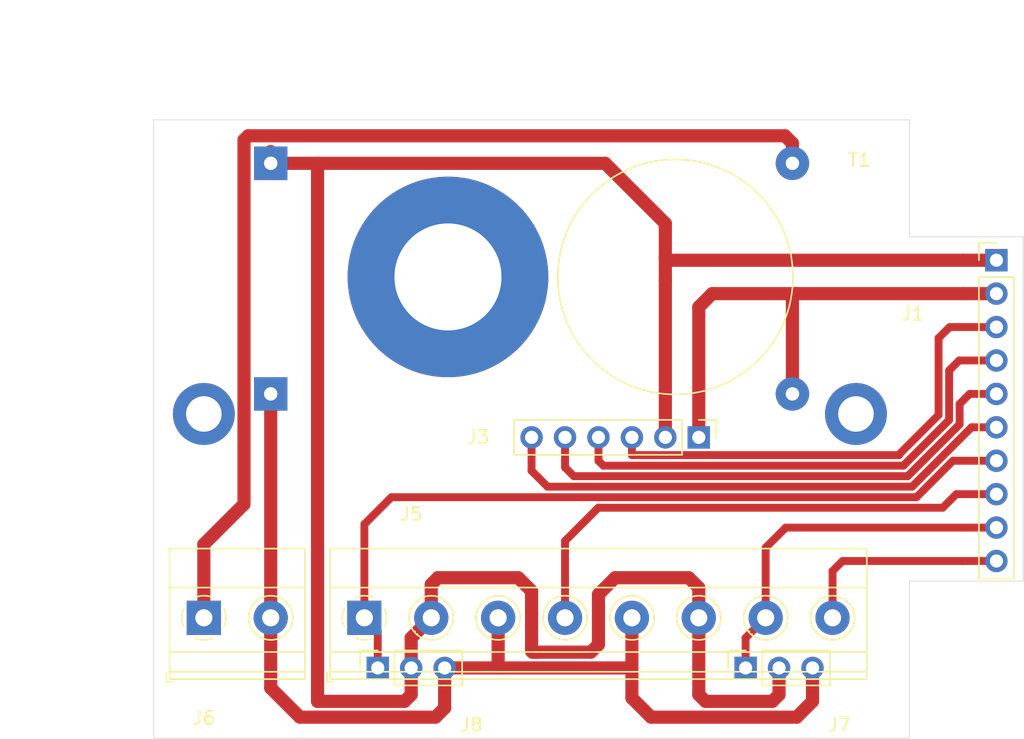
<source format=kicad_pcb>
(kicad_pcb (version 20221018) (generator pcbnew)
  (layers (0 "F.Cu" signal) (31 "B.Cu" signal) (34 "B.Paste" user) (35 "F.Paste" user) (36 "B.SilkS" user "B.Silkscreen") (37 "F.SilkS" user "F.Silkscreen") (38 "B.Mask" user) (39 "F.Mask" user) (44 "Edge.Cuts" user))
  (net 0 "")
  (net 1 "/D45")
  (net 2 "/D33")
  (net 3 "/A13")
  (net 4 "/A11")
  (net 5 "/A9")
  (net 6 "/A7")
  (net 7 "/A5")
  (net 8 "/A3")
  (net 9 "/GND")
  (net 10 "/5V")
  (net 11 "/VIN")
  (footprint "Connector_PinHeader_2.54mm:PinHeader_1x10_P2.54mm_Vertical" (layer "F.Cu") (at 117.348 39.878)
    (fp_text reference "J1" (at -6.35 4.064) (layer "F.SilkS"))
    (fp_text value "IOP")
    (fp_line (start -1.33 -1.33) (end 0 -1.33) (stroke (width 0.12)) (layer "F.SilkS"))
    (fp_line (start -1.33 0) (end -1.33 -1.33) (stroke (width 0.12)) (layer "F.SilkS"))
    (fp_line (start -1.33 1.27) (end -1.33 24.19) (stroke (width 0.12)) (layer "F.SilkS"))
    (fp_line (start -1.33 1.27) (end 1.33 1.27) (stroke (width 0.12)) (layer "F.SilkS"))
    (fp_line (start -1.33 24.19) (end 1.33 24.19) (stroke (width 0.12)) (layer "F.SilkS"))
    (fp_line (start 1.33 1.27) (end 1.33 24.19) (stroke (width 0.12)) (layer "F.SilkS"))
    (pad "1" thru_hole rect (at 0 0) (size 1.7 1.7) (drill 1) (layers "*.Cu" "*.Mask") (net 10 "/5V"))
    (pad "2" thru_hole oval (at 0 2.54) (size 1.7 1.7) (drill 1) (layers "*.Cu" "*.Mask") (net 9 "/GND"))
    (pad "3" thru_hole oval (at 0 5.08) (size 1.7 1.7) (drill 1) (layers "*.Cu" "*.Mask") (net 8 "/A3"))
    (pad "4" thru_hole oval (at 0 7.62) (size 1.7 1.7) (drill 1) (layers "*.Cu" "*.Mask") (net 7 "/A5"))
    (pad "5" thru_hole oval (at 0 10.16) (size 1.7 1.7) (drill 1) (layers "*.Cu" "*.Mask") (net 6 "/A7"))
    (pad "6" thru_hole oval (at 0 12.7) (size 1.7 1.7) (drill 1) (layers "*.Cu" "*.Mask") (net 5 "/A9"))
    (pad "7" thru_hole oval (at 0 15.24) (size 1.7 1.7) (drill 1) (layers "*.Cu" "*.Mask") (net 4 "/A11"))
    (pad "8" thru_hole oval (at 0 17.78) (size 1.7 1.7) (drill 1) (layers "*.Cu" "*.Mask") (net 3 "/A13"))
    (pad "9" thru_hole oval (at 0 20.32) (size 1.7 1.7) (drill 1) (layers "*.Cu" "*.Mask") (net 2 "/D33"))
    (pad "10" thru_hole oval (at 0 22.86) (size 1.7 1.7) (drill 1) (layers "*.Cu" "*.Mask") (net 1 "/D45"))
  )
  (footprint "Transformer_THT:Transformer_Toroid_Horizontal_D18.0mm" (layer "F.Cu") (at 101.854 47.498 180)
    (fp_text reference "T1" (at -5.08 15.24) (layer "F.SilkS"))
    (fp_text value "LM2596")
    (fp_circle (center 8.89 6.35) (end 17.49 8.75) (stroke (width 0.12)) (fill none) (layer "F.SilkS"))
    (pad "" thru_hole circle (at 26.162 6.35 180) (size 15.24 15.24) (drill 8.13) (layers "*.Cu" "*.Mask"))
    (pad "1" thru_hole circle (at 0 -2.54 180) (size 2.54 2.54) (drill 1.02) (layers "*.Cu" "*.Mask") (net 9 "/GND"))
    (pad "2" thru_hole circle (at 0 14.986 180) (size 2.54 2.54) (drill 1.02) (layers "*.Cu" "*.Mask") (net 11 "/VIN"))
    (pad "3" thru_hole rect (at 39.624 -2.54 180) (size 2.54 2.54) (drill 1.02) (layers "*.Cu" "*.Mask") (net 9 "/GND"))
    (pad "4" thru_hole rect (at 39.624 14.986 180) (size 2.54 2.54) (drill 1.02) (layers "*.Cu" "*.Mask") (net 10 "/5V"))
  )
  (footprint "Connector_PinHeader_2.54mm:PinHeader_1x06_P2.54mm_Vertical" (layer "F.Cu") (at 94.742 53.34 -90)
    (fp_text reference "J3" (at 0 16.764 180) (layer "F.SilkS"))
    (fp_text value "IOM")
    (fp_line (start -1.33 -1.33) (end 0 -1.33) (stroke (width 0.12)) (layer "F.SilkS"))
    (fp_line (start -1.33 0) (end -1.33 -1.33) (stroke (width 0.12)) (layer "F.SilkS"))
    (fp_line (start -1.33 1.27) (end -1.33 14.03) (stroke (width 0.12)) (layer "F.SilkS"))
    (fp_line (start -1.33 1.27) (end 1.33 1.27) (stroke (width 0.12)) (layer "F.SilkS"))
    (fp_line (start -1.33 14.03) (end 1.33 14.03) (stroke (width 0.12)) (layer "F.SilkS"))
    (fp_line (start 1.33 1.27) (end 1.33 14.03) (stroke (width 0.12)) (layer "F.SilkS"))
    (pad "1" thru_hole rect (at 0 0 270) (size 1.7 1.7) (drill 1) (layers "*.Cu" "*.Mask") (net 9 "/GND"))
    (pad "2" thru_hole oval (at 0 2.54 270) (size 1.7 1.7) (drill 1) (layers "*.Cu" "*.Mask") (net 10 "/5V"))
    (pad "3" thru_hole oval (at 0 5.08 270) (size 1.7 1.7) (drill 1) (layers "*.Cu" "*.Mask") (net 8 "/A3"))
    (pad "4" thru_hole oval (at 0 7.62 270) (size 1.7 1.7) (drill 1) (layers "*.Cu" "*.Mask") (net 7 "/A5"))
    (pad "5" thru_hole oval (at 0 10.16 270) (size 1.7 1.7) (drill 1) (layers "*.Cu" "*.Mask") (net 6 "/A7"))
    (pad "6" thru_hole oval (at 0 12.7 270) (size 1.7 1.7) (drill 1) (layers "*.Cu" "*.Mask") (net 5 "/A9"))
  )
  (footprint "TerminalBlock_Phoenix:TerminalBlock_Phoenix_MKDS-1,5-2-5.08_1x02_P5.08mm_Horizontal" (layer "F.Cu") (at 57.15 67.056)
    (fp_text reference "J6" (at 0 7.62) (layer "F.SilkS"))
    (fp_text value "PWR")
    (fp_line (start -2.84 4.16) (end -2.84 4.9) (stroke (width 0.12)) (layer "F.SilkS"))
    (fp_line (start -2.84 4.9) (end -2.34 4.9) (stroke (width 0.12)) (layer "F.SilkS"))
    (fp_line (start -2.6 -5.261) (end -2.6 4.66) (stroke (width 0.12)) (layer "F.SilkS"))
    (fp_line (start -2.6 -5.261) (end 7.68 -5.261) (stroke (width 0.12)) (layer "F.SilkS"))
    (fp_line (start -2.6 -2.301) (end 7.68 -2.301) (stroke (width 0.12)) (layer "F.SilkS"))
    (fp_line (start -2.6 2.6) (end 7.68 2.6) (stroke (width 0.12)) (layer "F.SilkS"))
    (fp_line (start -2.6 4.1) (end 7.68 4.1) (stroke (width 0.12)) (layer "F.SilkS"))
    (fp_line (start -2.6 4.66) (end 7.68 4.66) (stroke (width 0.12)) (layer "F.SilkS"))
    (fp_line (start 3.853 1.023) (end 3.806 1.069) (stroke (width 0.12)) (layer "F.SilkS"))
    (fp_line (start 4.046 1.239) (end 4.011 1.274) (stroke (width 0.12)) (layer "F.SilkS"))
    (fp_line (start 6.15 -1.275) (end 6.115 -1.239) (stroke (width 0.12)) (layer "F.SilkS"))
    (fp_line (start 6.355 -1.069) (end 6.308 -1.023) (stroke (width 0.12)) (layer "F.SilkS"))
    (fp_line (start 7.68 -5.261) (end 7.68 4.66) (stroke (width 0.12)) (layer "F.SilkS"))
    (fp_arc (start -1.535427 0.683042) (mid -1.680501 -0.000524) (end -1.535 -0.684) (stroke (width 0.12)) (layer "F.SilkS"))
    (fp_arc (start -0.683042 -1.535427) (mid 0.000524 -1.680501) (end 0.684 -1.535) (stroke (width 0.12)) (layer "F.SilkS"))
    (fp_arc (start 0.028805 1.680253) (mid -0.335551 1.646659) (end -0.684 1.535) (stroke (width 0.12)) (layer "F.SilkS"))
    (fp_arc (start 0.683318 1.534756) (mid 0.349292 1.643288) (end 0 1.68) (stroke (width 0.12)) (layer "F.SilkS"))
    (fp_arc (start 1.535427 -0.683042) (mid 1.680501 0.000524) (end 1.535 0.684) (stroke (width 0.12)) (layer "F.SilkS"))
    (fp_circle (center 5.08 0) (end 6.76 0) (stroke (width 0.12)) (fill none) (layer "F.SilkS"))
    (pad "1" thru_hole rect (at 0 0) (size 2.6 2.6) (drill 1.3) (layers "*.Cu" "*.Mask") (net 11 "/VIN"))
    (pad "2" thru_hole circle (at 5.08 0) (size 2.6 2.6) (drill 1.3) (layers "*.Cu" "*.Mask") (net 9 "/GND"))
  )
  (footprint "MountingHole:MountingHole_2.7mm_M2.5_DIN965_Pad" (layer "F.Cu") (at 57.15 51.562)
    (fp_text reference "REF**" hide)
    (fp_text value "BL")
    (pad "1" thru_hole circle (at 0 0) (size 4.7 4.7) (drill 2.7) (layers "*.Cu" "*.Mask"))
  )
  (footprint "MountingHole:MountingHole_2.7mm_M2.5_DIN965_Pad" (layer "F.Cu") (at 106.68 51.562)
    (fp_text reference "REF**" hide)
    (fp_text value "BR")
    (pad "1" thru_hole circle (at 0 0) (size 4.7 4.7) (drill 2.7) (layers "*.Cu" "*.Mask"))
  )
  (footprint "TerminalBlock_Phoenix:TerminalBlock_Phoenix_MKDS-1,5-8-5.08_1x08_P5.08mm_Horizontal" (layer "F.Cu") (at 69.342 67.056)
    (fp_text reference "J5" (at 3.556 -7.874) (layer "F.SilkS"))
    (fp_text value "IOB")
    (fp_line (start -2.84 4.16) (end -2.84 4.9) (stroke (width 0.12)) (layer "F.SilkS"))
    (fp_line (start -2.84 4.9) (end -2.34 4.9) (stroke (width 0.12)) (layer "F.SilkS"))
    (fp_line (start -2.6 -5.261) (end -2.6 4.66) (stroke (width 0.12)) (layer "F.SilkS"))
    (fp_line (start -2.6 -5.261) (end 38.16 -5.261) (stroke (width 0.12)) (layer "F.SilkS"))
    (fp_line (start -2.6 -2.301) (end 38.16 -2.301) (stroke (width 0.12)) (layer "F.SilkS"))
    (fp_line (start -2.6 2.6) (end 38.16 2.6) (stroke (width 0.12)) (layer "F.SilkS"))
    (fp_line (start -2.6 4.1) (end 38.16 4.1) (stroke (width 0.12)) (layer "F.SilkS"))
    (fp_line (start -2.6 4.66) (end 38.16 4.66) (stroke (width 0.12)) (layer "F.SilkS"))
    (fp_line (start 3.853 1.023) (end 3.806 1.069) (stroke (width 0.12)) (layer "F.SilkS"))
    (fp_line (start 4.046 1.239) (end 4.011 1.274) (stroke (width 0.12)) (layer "F.SilkS"))
    (fp_line (start 6.15 -1.275) (end 6.115 -1.239) (stroke (width 0.12)) (layer "F.SilkS"))
    (fp_line (start 6.355 -1.069) (end 6.308 -1.023) (stroke (width 0.12)) (layer "F.SilkS"))
    (fp_line (start 8.933 1.023) (end 8.886 1.069) (stroke (width 0.12)) (layer "F.SilkS"))
    (fp_line (start 9.126 1.239) (end 9.091 1.274) (stroke (width 0.12)) (layer "F.SilkS"))
    (fp_line (start 11.23 -1.275) (end 11.195 -1.239) (stroke (width 0.12)) (layer "F.SilkS"))
    (fp_line (start 11.435 -1.069) (end 11.388 -1.023) (stroke (width 0.12)) (layer "F.SilkS"))
    (fp_line (start 14.013 1.023) (end 13.966 1.069) (stroke (width 0.12)) (layer "F.SilkS"))
    (fp_line (start 14.206 1.239) (end 14.171 1.274) (stroke (width 0.12)) (layer "F.SilkS"))
    (fp_line (start 16.31 -1.275) (end 16.275 -1.239) (stroke (width 0.12)) (layer "F.SilkS"))
    (fp_line (start 16.515 -1.069) (end 16.468 -1.023) (stroke (width 0.12)) (layer "F.SilkS"))
    (fp_line (start 19.093 1.023) (end 19.046 1.069) (stroke (width 0.12)) (layer "F.SilkS"))
    (fp_line (start 19.286 1.239) (end 19.251 1.274) (stroke (width 0.12)) (layer "F.SilkS"))
    (fp_line (start 21.39 -1.275) (end 21.355 -1.239) (stroke (width 0.12)) (layer "F.SilkS"))
    (fp_line (start 21.595 -1.069) (end 21.548 -1.023) (stroke (width 0.12)) (layer "F.SilkS"))
    (fp_line (start 24.173 1.023) (end 24.126 1.069) (stroke (width 0.12)) (layer "F.SilkS"))
    (fp_line (start 24.366 1.239) (end 24.331 1.274) (stroke (width 0.12)) (layer "F.SilkS"))
    (fp_line (start 26.47 -1.275) (end 26.435 -1.239) (stroke (width 0.12)) (layer "F.SilkS"))
    (fp_line (start 26.675 -1.069) (end 26.628 -1.023) (stroke (width 0.12)) (layer "F.SilkS"))
    (fp_line (start 29.253 1.023) (end 29.206 1.069) (stroke (width 0.12)) (layer "F.SilkS"))
    (fp_line (start 29.446 1.239) (end 29.411 1.274) (stroke (width 0.12)) (layer "F.SilkS"))
    (fp_line (start 31.55 -1.275) (end 31.515 -1.239) (stroke (width 0.12)) (layer "F.SilkS"))
    (fp_line (start 31.755 -1.069) (end 31.708 -1.023) (stroke (width 0.12)) (layer "F.SilkS"))
    (fp_line (start 34.333 1.023) (end 34.286 1.069) (stroke (width 0.12)) (layer "F.SilkS"))
    (fp_line (start 34.526 1.239) (end 34.491 1.274) (stroke (width 0.12)) (layer "F.SilkS"))
    (fp_line (start 36.63 -1.275) (end 36.595 -1.239) (stroke (width 0.12)) (layer "F.SilkS"))
    (fp_line (start 36.835 -1.069) (end 36.788 -1.023) (stroke (width 0.12)) (layer "F.SilkS"))
    (fp_line (start 38.16 -5.261) (end 38.16 4.66) (stroke (width 0.12)) (layer "F.SilkS"))
    (fp_arc (start -1.535427 0.683042) (mid -1.680501 -0.000524) (end -1.535 -0.684) (stroke (width 0.12)) (layer "F.SilkS"))
    (fp_arc (start -0.683042 -1.535427) (mid 0.000524 -1.680501) (end 0.684 -1.535) (stroke (width 0.12)) (layer "F.SilkS"))
    (fp_arc (start 0.028805 1.680253) (mid -0.335551 1.646659) (end -0.684 1.535) (stroke (width 0.12)) (layer "F.SilkS"))
    (fp_arc (start 0.683318 1.534756) (mid 0.349292 1.643288) (end 0 1.68) (stroke (width 0.12)) (layer "F.SilkS"))
    (fp_arc (start 1.535427 -0.683042) (mid 1.680501 0.000524) (end 1.535 0.684) (stroke (width 0.12)) (layer "F.SilkS"))
    (fp_circle (center 5.08 0) (end 6.76 0) (stroke (width 0.12)) (fill none) (layer "F.SilkS"))
    (fp_circle (center 10.16 0) (end 11.84 0) (stroke (width 0.12)) (fill none) (layer "F.SilkS"))
    (fp_circle (center 15.24 0) (end 16.92 0) (stroke (width 0.12)) (fill none) (layer "F.SilkS"))
    (fp_circle (center 20.32 0) (end 22 0) (stroke (width 0.12)) (fill none) (layer "F.SilkS"))
    (fp_circle (center 25.4 0) (end 27.08 0) (stroke (width 0.12)) (fill none) (layer "F.SilkS"))
    (fp_circle (center 30.48 0) (end 32.16 0) (stroke (width 0.12)) (fill none) (layer "F.SilkS"))
    (fp_circle (center 35.56 0) (end 37.24 0) (stroke (width 0.12)) (fill none) (layer "F.SilkS"))
    (pad "1" thru_hole rect (at 0 0) (size 2.6 2.6) (drill 1.3) (layers "*.Cu" "*.Mask") (net 4 "/A11"))
    (pad "2" thru_hole circle (at 5.08 0) (size 2.6 2.6) (drill 1.3) (layers "*.Cu" "*.Mask") (net 10 "/5V"))
    (pad "3" thru_hole circle (at 10.16 0) (size 2.6 2.6) (drill 1.3) (layers "*.Cu" "*.Mask") (net 9 "/GND"))
    (pad "4" thru_hole circle (at 15.24 0) (size 2.6 2.6) (drill 1.3) (layers "*.Cu" "*.Mask") (net 3 "/A13"))
    (pad "5" thru_hole circle (at 20.32 0) (size 2.6 2.6) (drill 1.3) (layers "*.Cu" "*.Mask") (net 9 "/GND"))
    (pad "6" thru_hole circle (at 25.4 0) (size 2.6 2.6) (drill 1.3) (layers "*.Cu" "*.Mask") (net 10 "/5V"))
    (pad "7" thru_hole circle (at 30.48 0) (size 2.6 2.6) (drill 1.3) (layers "*.Cu" "*.Mask") (net 2 "/D33"))
    (pad "8" thru_hole circle (at 35.56 0) (size 2.6 2.6) (drill 1.3) (layers "*.Cu" "*.Mask") (net 1 "/D45"))
  )
  (footprint "Connector_PinSocket_2.54mm:PinSocket_1x03_P2.54mm_Vertical" (layer "F.Cu") (at 98.298 70.866 90)
    (fp_text reference "J7" (at -4.318 7.112 180) (layer "F.SilkS"))
    (fp_text value "RY1")
    (fp_line (start -1.33 1.27) (end -1.33 6.41) (stroke (width 0.12)) (layer "F.SilkS"))
    (fp_line (start -1.33 1.27) (end 1.33 1.27) (stroke (width 0.12)) (layer "F.SilkS"))
    (fp_line (start -1.33 6.41) (end 1.33 6.41) (stroke (width 0.12)) (layer "F.SilkS"))
    (fp_line (start 0 -1.33) (end 1.33 -1.33) (stroke (width 0.12)) (layer "F.SilkS"))
    (fp_line (start 1.33 -1.33) (end 1.33 0) (stroke (width 0.12)) (layer "F.SilkS"))
    (fp_line (start 1.33 1.27) (end 1.33 6.41) (stroke (width 0.12)) (layer "F.SilkS"))
    (pad "1" thru_hole rect (at 0 0 90) (size 1.7 1.7) (drill 1) (layers "*.Cu" "*.Mask") (net 2 "/D33"))
    (pad "2" thru_hole oval (at 0 2.54 90) (size 1.7 1.7) (drill 1) (layers "*.Cu" "*.Mask") (net 10 "/5V"))
    (pad "3" thru_hole oval (at 0 5.08 90) (size 1.7 1.7) (drill 1) (layers "*.Cu" "*.Mask") (net 9 "/GND"))
  )
  (footprint "Connector_PinSocket_2.54mm:PinSocket_1x03_P2.54mm_Vertical" (layer "F.Cu") (at 70.358 70.866 90)
    (fp_text reference "J8" (at -4.318 7.112 180) (layer "F.SilkS"))
    (fp_text value "RY2")
    (fp_line (start -1.33 1.27) (end -1.33 6.41) (stroke (width 0.12)) (layer "F.SilkS"))
    (fp_line (start -1.33 1.27) (end 1.33 1.27) (stroke (width 0.12)) (layer "F.SilkS"))
    (fp_line (start -1.33 6.41) (end 1.33 6.41) (stroke (width 0.12)) (layer "F.SilkS"))
    (fp_line (start 0 -1.33) (end 1.33 -1.33) (stroke (width 0.12)) (layer "F.SilkS"))
    (fp_line (start 1.33 -1.33) (end 1.33 0) (stroke (width 0.12)) (layer "F.SilkS"))
    (fp_line (start 1.33 1.27) (end 1.33 6.41) (stroke (width 0.12)) (layer "F.SilkS"))
    (pad "1" thru_hole rect (at 0 0 90) (size 1.7 1.7) (drill 1) (layers "*.Cu" "*.Mask") (net 4 "/A11"))
    (pad "2" thru_hole oval (at 0 2.54 90) (size 1.7 1.7) (drill 1) (layers "*.Cu" "*.Mask") (net 10 "/5V"))
    (pad "3" thru_hole oval (at 0 5.08 90) (size 1.7 1.7) (drill 1) (layers "*.Cu" "*.Mask") (net 9 "/GND"))
  )
  (gr_line (start 110.744 38.1) (end 119.38 38.1) (stroke (width 0.05)) (layer "Edge.Cuts"))
  (gr_line (start 110.744 64.262) (end 119.38 64.262) (stroke (width 0.05)) (layer "Edge.Cuts"))
  (gr_line (start 53.34 76.2) (end 53.34 29.21) (stroke (width 0.05)) (layer "Edge.Cuts"))
  (gr_line (start 110.744 76.2) (end 110.744 64.262) (stroke (width 0.05)) (layer "Edge.Cuts"))
  (gr_line (start 53.34 76.2) (end 110.744 76.2) (stroke (width 0.05)) (layer "Edge.Cuts"))
  (gr_line (start 119.38 64.262) (end 119.38 38.1) (stroke (width 0.05)) (layer "Edge.Cuts"))
  (gr_line (start 110.744 29.21) (end 53.34 29.21) (stroke (width 0.05)) (layer "Edge.Cuts"))
  (gr_line (start 110.744 38.1) (end 110.744 29.21) (stroke (width 0.05)) (layer "Edge.Cuts"))
  (segment (start 114.808 62.738) (end 105.664 62.738) (width 0.6) (layer "F.Cu") (net 1))
  (segment (start 104.902 63.5) (end 104.902 67.056) (width 0.6) (layer "F.Cu") (net 1))
  (segment (start 114.808 62.738) (end 117.348 62.738) (width 0.6) (layer "F.Cu") (net 1))
  (segment (start 105.664 62.738) (end 104.902 63.5) (width 0.6) (layer "F.Cu") (net 1))
  (segment (start 101.346 60.198) (end 99.822 61.722) (width 0.6) (layer "F.Cu") (net 2))
  (segment (start 98.298 68.58) (end 99.822 67.056) (width 0.6) (layer "F.Cu") (net 2))
  (segment (start 99.822 61.722) (end 99.822 67.056) (width 0.6) (layer "F.Cu") (net 2))
  (segment (start 98.298 70.866) (end 98.298 68.58) (width 0.6) (layer "F.Cu") (net 2))
  (segment (start 114.808 60.198) (end 117.348 60.198) (width 0.6) (layer "F.Cu") (net 2))
  (segment (start 114.808 60.198) (end 101.346 60.198) (width 0.6) (layer "F.Cu") (net 2))
  (segment (start 113.267949 58.690051) (end 87.105949 58.690051) (width 0.6) (layer "F.Cu") (net 3))
  (segment (start 84.582 61.214) (end 84.582 67.056) (width 0.6) (layer "F.Cu") (net 3))
  (segment (start 114.3 57.658) (end 113.267949 58.690051) (width 0.6) (layer "F.Cu") (net 3))
  (segment (start 117.348 57.658) (end 114.3 57.658) (width 0.6) (layer "F.Cu") (net 3))
  (segment (start 87.105949 58.690051) (end 84.582 61.214) (width 0.6) (layer "F.Cu") (net 3))
  (segment (start 69.342 59.944) (end 69.342 67.056) (width 0.6) (layer "F.Cu") (net 4))
  (segment (start 114.046 55.118) (end 111.273959 57.890041) (width 0.6) (layer "F.Cu") (net 4))
  (segment (start 111.273959 57.890041) (end 71.395959 57.890041) (width 0.6) (layer "F.Cu") (net 4))
  (segment (start 117.348 55.118) (end 114.046 55.118) (width 0.6) (layer "F.Cu") (net 4))
  (segment (start 70.358 70.866) (end 70.358 68.072) (width 0.6) (layer "F.Cu") (net 4))
  (segment (start 71.395959 57.890041) (end 69.342 59.944) (width 0.6) (layer "F.Cu") (net 4))
  (segment (start 70.358 68.072) (end 69.342 67.056) (width 0.6) (layer "F.Cu") (net 4))
  (segment (start 110.942585 57.090031) (end 115.454616 52.578) (width 0.6) (layer "F.Cu") (net 5))
  (segment (start 82.042 53.34) (end 82.042 55.88) (width 0.6) (layer "F.Cu") (net 5))
  (segment (start 83.252031 57.090031) (end 110.942585 57.090031) (width 0.6) (layer "F.Cu") (net 5))
  (segment (start 115.454616 52.578) (end 117.348 52.578) (width 0.6) (layer "F.Cu") (net 5))
  (segment (start 82.042 55.88) (end 83.252031 57.090031) (width 0.6) (layer "F.Cu") (net 5))
  (segment (start 110.611211 56.290021) (end 114.554 52.347232) (width 0.6) (layer "F.Cu") (net 6))
  (segment (start 84.582 53.34) (end 84.582 55.626) (width 0.6) (layer "F.Cu") (net 6))
  (segment (start 114.554 50.8) (end 115.316 50.038) (width 0.6) (layer "F.Cu") (net 6))
  (segment (start 114.554 52.347232) (end 114.554 50.8) (width 0.6) (layer "F.Cu") (net 6))
  (segment (start 85.246021 56.290021) (end 110.611211 56.290021) (width 0.6) (layer "F.Cu") (net 6))
  (segment (start 84.582 55.626) (end 85.246021 56.290021) (width 0.6) (layer "F.Cu") (net 6))
  (segment (start 115.316 50.038) (end 117.348 50.038) (width 0.6) (layer "F.Cu") (net 6))
  (segment (start 113.75399 52.015858) (end 110.279837 55.490011) (width 0.6) (layer "F.Cu") (net 7))
  (segment (start 114.51599 47.498) (end 113.75399 48.26) (width 0.6) (layer "F.Cu") (net 7))
  (segment (start 113.75399 48.26) (end 113.75399 52.015858) (width 0.6) (layer "F.Cu") (net 7))
  (segment (start 87.122 55.118) (end 87.122 53.34) (width 0.6) (layer "F.Cu") (net 7))
  (segment (start 87.494011 55.490011) (end 87.122 55.118) (width 0.6) (layer "F.Cu") (net 7))
  (segment (start 110.279837 55.490011) (end 87.494011 55.490011) (width 0.6) (layer "F.Cu") (net 7))
  (segment (start 117.348 47.498) (end 114.51599 47.498) (width 0.6) (layer "F.Cu") (net 7))
  (segment (start 112.95398 45.79602) (end 112.95398 51.63802) (width 0.6) (layer "F.Cu") (net 8))
  (segment (start 112.95398 51.63802) (end 109.948463 54.643537) (width 0.6) (layer "F.Cu") (net 8))
  (segment (start 109.948463 54.690001) (end 89.662 54.690001) (width 0.6) (layer "F.Cu") (net 8))
  (segment (start 117.348 44.958) (end 113.792 44.958) (width 0.6) (layer "F.Cu") (net 8))
  (segment (start 109.948463 54.643537) (end 109.948463 54.690001) (width 0.6) (layer "F.Cu") (net 8))
  (segment (start 89.662 54.690001) (end 89.662 53.34) (width 0.6) (layer "F.Cu") (net 8))
  (segment (start 113.792 44.958) (end 112.95398 45.79602) (width 0.6) (layer "F.Cu") (net 8))
  (segment (start 75.438 70.866) (end 75.438 73.914) (width 1) (layer "F.Cu") (net 9))
  (segment (start 114.808 42.418) (end 117.348 42.418) (width 1) (layer "F.Cu") (net 9))
  (segment (start 95.758 42.418) (end 94.742 43.434) (width 1) (layer "F.Cu") (net 9))
  (segment (start 103.378 73.406) (end 103.378 70.866) (width 1) (layer "F.Cu") (net 9))
  (segment (start 101.854 42.672) (end 102.108 42.418) (width 1) (layer "F.Cu") (net 9))
  (segment (start 75.438 70.866) (end 75.692 70.866) (width 1) (layer "F.Cu") (net 9))
  (segment (start 75.438 71.225151) (end 75.438 70.866) (width 1) (layer "F.Cu") (net 9))
  (segment (start 102.108 42.418) (end 95.758 42.418) (width 1) (layer "F.Cu") (net 9))
  (segment (start 62.23 72.39) (end 62.23 67.056) (width 1) (layer "F.Cu") (net 9))
  (segment (start 89.662 67.056) (end 89.662 70.866) (width 1) (layer "F.Cu") (net 9))
  (segment (start 64.44601 74.60601) (end 62.23 72.39) (width 1) (layer "F.Cu") (net 9))
  (segment (start 89.662 70.866) (end 89.662 73.152) (width 1) (layer "F.Cu") (net 9))
  (segment (start 94.742 43.434) (end 94.742 53.34) (width 1) (layer "F.Cu") (net 9))
  (segment (start 102.17799 74.60601) (end 103.378 73.406) (width 1) (layer "F.Cu") (net 9))
  (segment (start 75.438 73.914) (end 74.74599 74.60601) (width 1) (layer "F.Cu") (net 9))
  (segment (start 114.808 42.418) (end 102.108 42.418) (width 1) (layer "F.Cu") (net 9))
  (segment (start 101.854 50.038) (end 101.854 42.672) (width 1) (layer "F.Cu") (net 9))
  (segment (start 79.756 70.866) (end 89.662 70.866) (width 1) (layer "F.Cu") (net 9))
  (segment (start 74.74599 74.60601) (end 64.44601 74.60601) (width 1) (layer "F.Cu") (net 9))
  (segment (start 62.23 50.038) (end 62.23 67.056) (width 1) (layer "F.Cu") (net 9))
  (segment (start 91.11601 74.60601) (end 102.17799 74.60601) (width 1) (layer "F.Cu") (net 9))
  (segment (start 75.438 70.866) (end 79.756 70.866) (width 1) (layer "F.Cu") (net 9))
  (segment (start 79.502 67.056) (end 79.502 70.612) (width 1) (layer "F.Cu") (net 9))
  (segment (start 79.502 70.612) (end 79.756 70.866) (width 1) (layer "F.Cu") (net 9))
  (segment (start 89.662 73.152) (end 91.11601 74.60601) (width 1) (layer "F.Cu") (net 9))
  (segment (start 74.422 64.77) (end 74.422 64.516) (width 1) (layer "F.Cu") (net 10))
  (segment (start 100.838 70.866) (end 100.838 72.898) (width 1) (layer "F.Cu") (net 10))
  (segment (start 87.122 65.278) (end 88.392 64.008) (width 1) (layer "F.Cu") (net 10))
  (segment (start 65.786 32.512) (end 87.63 32.512) (width 1) (layer "F.Cu") (net 10))
  (segment (start 81.026 64.008) (end 82.042 65.024) (width 1) (layer "F.Cu") (net 10))
  (segment (start 82.042 69.596) (end 82.11199 69.66599) (width 1) (layer "F.Cu") (net 10))
  (segment (start 92.202 37.084) (end 92.202 39.624) (width 1) (layer "F.Cu") (net 10))
  (segment (start 92.202 41.402) (end 92.202 53.34) (width 1) (layer "F.Cu") (net 10))
  (segment (start 92.456 39.878) (end 92.202 39.624) (width 1) (layer "F.Cu") (net 10))
  (segment (start 72.898 72.898) (end 72.39 73.406) (width 1) (layer "F.Cu") (net 10))
  (segment (start 62.23 32.512) (end 65.786 32.512) (width 1) (layer "F.Cu") (net 10))
  (segment (start 74.93 64.008) (end 81.026 64.008) (width 1) (layer "F.Cu") (net 10))
  (segment (start 114.808 39.878) (end 117.348 39.878) (width 1) (layer "F.Cu") (net 10))
  (segment (start 72.898 68.58) (end 74.422 67.056) (width 1) (layer "F.Cu") (net 10))
  (segment (start 93.98 64.008) (end 94.742 64.77) (width 1) (layer "F.Cu") (net 10))
  (segment (start 88.392 64.008) (end 93.98 64.008) (width 1) (layer "F.Cu") (net 10))
  (segment (start 95.25 73.406) (end 94.742 72.898) (width 1) (layer "F.Cu") (net 10))
  (segment (start 82.11199 69.66599) (end 86.54401 69.66599) (width 1) (layer "F.Cu") (net 10))
  (segment (start 87.63 32.512) (end 92.202 37.084) (width 1) (layer "F.Cu") (net 10))
  (segment (start 74.422 64.516) (end 74.93 64.008) (width 1) (layer "F.Cu") (net 10))
  (segment (start 114.808 39.878) (end 92.456 39.878) (width 1) (layer "F.Cu") (net 10))
  (segment (start 72.898 70.866) (end 72.898 68.58) (width 1) (layer "F.Cu") (net 10))
  (segment (start 86.54401 69.66599) (end 87.122 69.088) (width 1) (layer "F.Cu") (net 10))
  (segment (start 100.33 73.406) (end 95.25 73.406) (width 1) (layer "F.Cu") (net 10))
  (segment (start 72.898 70.866) (end 72.898 72.898) (width 1) (layer "F.Cu") (net 10))
  (segment (start 94.742 72.898) (end 94.742 67.056) (width 1) (layer "F.Cu") (net 10))
  (segment (start 82.042 65.024) (end 82.042 69.596) (width 1) (layer "F.Cu") (net 10))
  (segment (start 65.786 73.406) (end 65.786 33.02) (width 1) (layer "F.Cu") (net 10))
  (segment (start 92.202 39.624) (end 92.202 41.402) (width 1) (layer "F.Cu") (net 10))
  (segment (start 72.39 73.406) (end 65.786 73.406) (width 1) (layer "F.Cu") (net 10))
  (segment (start 62.23 32.512) (end 62.23 31.619998) (width 1) (layer "F.Cu") (net 10))
  (segment (start 74.422 67.056) (end 74.422 64.77) (width 1) (layer "F.Cu") (net 10))
  (segment (start 94.742 64.77) (end 94.742 67.056) (width 1) (layer "F.Cu") (net 10))
  (segment (start 65.786 33.02) (end 65.786 32.512) (width 1) (layer "F.Cu") (net 10))
  (segment (start 87.122 69.088) (end 87.122 65.278) (width 1) (layer "F.Cu") (net 10))
  (segment (start 82.11199 69.66599) (end 82.55 69.66599) (width 1) (layer "F.Cu") (net 10))
  (segment (start 100.838 72.898) (end 100.33 73.406) (width 1) (layer "F.Cu") (net 10))
  (segment (start 60.200001 58.417999) (end 60.200001 30.741997) (width 1) (layer "F.Cu") (net 11))
  (segment (start 101.854 30.988) (end 101.854 32.512) (width 1) (layer "F.Cu") (net 11))
  (segment (start 57.15 67.056) (end 57.15 61.468) (width 1) (layer "F.Cu") (net 11))
  (segment (start 57.15 61.468) (end 60.200001 58.417999) (width 1) (layer "F.Cu") (net 11))
  (segment (start 60.52201 30.419988) (end 101.285988 30.419988) (width 1) (layer "F.Cu") (net 11))
  (segment (start 60.200001 30.741997) (end 60.52201 30.419988) (width 1) (layer "F.Cu") (net 11))
  (segment (start 101.285988 30.419988) (end 101.854 30.988) (width 1) (layer "F.Cu") (net 11))
)
</source>
